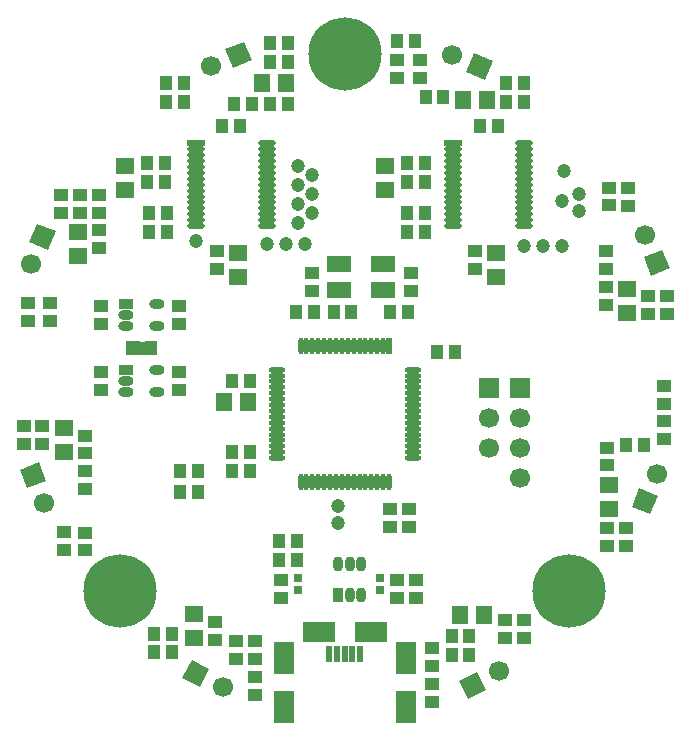
<source format=gts>
G04 #@! TF.FileFunction,Soldermask,Top*
%FSLAX46Y46*%
G04 Gerber Fmt 4.6, Leading zero omitted, Abs format (unit mm)*
G04 Created by KiCad (PCBNEW (2015-08-16 BZR 6097, Git b384c94)-product) date 22.08.2015 13:39:35*
%MOMM*%
G01*
G04 APERTURE LIST*
%ADD10C,0.150000*%
%ADD11C,1.100000*%
%ADD12R,1.343000X1.597000*%
%ADD13R,1.216000X1.089000*%
%ADD14R,1.089000X1.216000*%
%ADD15R,1.597000X1.343000*%
%ADD16R,1.300000X0.835000*%
%ADD17O,1.300000X0.835000*%
%ADD18R,0.470000X1.400000*%
%ADD19O,0.470000X1.400000*%
%ADD20O,1.400000X0.470000*%
%ADD21R,1.200000X1.300000*%
%ADD22R,1.100000X1.300000*%
%ADD23C,6.200000*%
%ADD24R,0.800000X0.800000*%
%ADD25R,0.835000X1.299820*%
%ADD26O,0.835000X1.299820*%
%ADD27R,1.200000X1.100000*%
%ADD28R,1.100000X1.200000*%
%ADD29C,1.200000*%
%ADD30R,1.700000X1.700000*%
%ADD31C,1.700000*%
%ADD32R,1.700000X2.700000*%
%ADD33R,2.700000X1.700000*%
%ADD34R,0.600000X1.450000*%
%ADD35R,2.099920X1.398880*%
%ADD36R,1.500000X0.470000*%
%ADD37O,1.500000X0.470000*%
G04 APERTURE END LIST*
D10*
D11*
X132300000Y-107400000D02*
X133300000Y-107400000D01*
D12*
X141816000Y-112000000D03*
X139784000Y-112000000D03*
D13*
X155600000Y-101038000D03*
X155600000Y-102562000D03*
D14*
X141962000Y-117800000D03*
X140438000Y-117800000D03*
D13*
X155400000Y-121038000D03*
X155400000Y-122562000D03*
X154400000Y-128562000D03*
X154400000Y-127038000D03*
X147200000Y-102562000D03*
X147200000Y-101038000D03*
X144600000Y-127038000D03*
X144600000Y-128562000D03*
D14*
X157838000Y-107800000D03*
X159362000Y-107800000D03*
X141962000Y-110200000D03*
X140438000Y-110200000D03*
X147362000Y-104400000D03*
X145838000Y-104400000D03*
X153838000Y-104400000D03*
X155362000Y-104400000D03*
X144438000Y-125400000D03*
X145962000Y-125400000D03*
X144438000Y-123800000D03*
X145962000Y-123800000D03*
D13*
X129400000Y-110962000D03*
X129400000Y-109438000D03*
X129374000Y-105387000D03*
X129374000Y-103863000D03*
X136000000Y-110962000D03*
X136000000Y-109438000D03*
X135974000Y-105387000D03*
X135974000Y-103863000D03*
D14*
X134762000Y-91800000D03*
X133238000Y-91800000D03*
X134962000Y-96000000D03*
X133438000Y-96000000D03*
D13*
X139200000Y-99238000D03*
X139200000Y-100762000D03*
D14*
X156762000Y-91800000D03*
X155238000Y-91800000D03*
X156762000Y-96000000D03*
X155238000Y-96000000D03*
D13*
X161000000Y-99238000D03*
X161000000Y-100762000D03*
D14*
X134962000Y-97600000D03*
X133438000Y-97600000D03*
D15*
X141000000Y-99384000D03*
X141000000Y-101416000D03*
D14*
X156762000Y-97600000D03*
X155238000Y-97600000D03*
D15*
X162800000Y-99384000D03*
X162800000Y-101416000D03*
D14*
X139638000Y-88600000D03*
X141162000Y-88600000D03*
X134762000Y-93400000D03*
X133238000Y-93400000D03*
X161438000Y-88600000D03*
X162962000Y-88600000D03*
X156762000Y-93400000D03*
X155238000Y-93400000D03*
D15*
X131400000Y-94016000D03*
X131400000Y-91984000D03*
X153400000Y-94016000D03*
X153400000Y-91984000D03*
D13*
X128000000Y-117838000D03*
X128000000Y-119362000D03*
X140800000Y-132238000D03*
X140800000Y-133762000D03*
D14*
X142162000Y-86800000D03*
X140638000Y-86800000D03*
D13*
X129200000Y-95962000D03*
X129200000Y-94438000D03*
X172073400Y-100762000D03*
X172073400Y-99238000D03*
X156400000Y-84562000D03*
X156400000Y-83038000D03*
D14*
X173838000Y-115600000D03*
X175362000Y-115600000D03*
D13*
X165200000Y-130438000D03*
X165200000Y-131962000D03*
D15*
X126200000Y-114184000D03*
X126200000Y-116216000D03*
X137200000Y-129984000D03*
X137200000Y-132016000D03*
D12*
X145016000Y-85000000D03*
X142984000Y-85000000D03*
D15*
X127400000Y-99616000D03*
X127400000Y-97584000D03*
X173873400Y-104416000D03*
X173873400Y-102384000D03*
D12*
X159984000Y-86400000D03*
X162016000Y-86400000D03*
D15*
X172400000Y-118984000D03*
X172400000Y-121016000D03*
D12*
X161816000Y-130000000D03*
X159784000Y-130000000D03*
D14*
X140438000Y-116200000D03*
X141962000Y-116200000D03*
D13*
X153800000Y-122562000D03*
X153800000Y-121038000D03*
D14*
X136038000Y-119600000D03*
X137562000Y-119600000D03*
D13*
X126200000Y-124562000D03*
X126200000Y-123038000D03*
X142400000Y-135238000D03*
X142400000Y-136762000D03*
D14*
X134838000Y-85000000D03*
X136362000Y-85000000D03*
D13*
X123200000Y-105162000D03*
X123200000Y-103638000D03*
X174000000Y-93838000D03*
X174000000Y-95362000D03*
D14*
X154438000Y-81400000D03*
X155962000Y-81400000D03*
D13*
X177000000Y-113638000D03*
X177000000Y-115162000D03*
X157400000Y-135838000D03*
X157400000Y-137362000D03*
D16*
X131500000Y-109250000D03*
D17*
X131500000Y-110200000D03*
X131500000Y-111150000D03*
X134100000Y-111150000D03*
X134100000Y-109250000D03*
D16*
X131474000Y-103675000D03*
D17*
X131474000Y-104625000D03*
X131474000Y-105575000D03*
X134074000Y-105575000D03*
X134074000Y-103675000D03*
D18*
X153750000Y-107250000D03*
D19*
X153250000Y-107250000D03*
X152750000Y-107250000D03*
X152250000Y-107250000D03*
X151750000Y-107250000D03*
X151250000Y-107250000D03*
X150750000Y-107250000D03*
X150250000Y-107250000D03*
X149750000Y-107250000D03*
X149250000Y-107250000D03*
X148750000Y-107250000D03*
X148250000Y-107250000D03*
X147750000Y-107250000D03*
X147250000Y-107250000D03*
X146750000Y-107250000D03*
X146250000Y-107250000D03*
D20*
X144250000Y-109250000D03*
X144250000Y-109750000D03*
X144250000Y-110250000D03*
X144250000Y-110750000D03*
X144250000Y-111250000D03*
X144250000Y-111750000D03*
X144250000Y-112250000D03*
X144250000Y-112750000D03*
D19*
X146250000Y-118750000D03*
X146750000Y-118750000D03*
X147250000Y-118750000D03*
X147750000Y-118750000D03*
D20*
X144250000Y-113250000D03*
X144250000Y-113750000D03*
X144250000Y-114250000D03*
X144250000Y-114750000D03*
X144250000Y-115250000D03*
X144250000Y-115750000D03*
X144250000Y-116250000D03*
X144250000Y-116750000D03*
D19*
X148250000Y-118750000D03*
X148750000Y-118750000D03*
X149250000Y-118750000D03*
X149750000Y-118750000D03*
X150250000Y-118750000D03*
X150750000Y-118750000D03*
X151250000Y-118750000D03*
X151750000Y-118750000D03*
X152250000Y-118750000D03*
X152750000Y-118750000D03*
X153250000Y-118750000D03*
X153750000Y-118750000D03*
D20*
X155750000Y-116750000D03*
X155750000Y-116250000D03*
X155750000Y-115750000D03*
X155750000Y-115250000D03*
X155750000Y-114750000D03*
X155750000Y-114250000D03*
X155750000Y-113750000D03*
X155750000Y-113250000D03*
X155750000Y-112750000D03*
X155750000Y-112250000D03*
X155750000Y-111750000D03*
X155750000Y-111250000D03*
X155750000Y-110750000D03*
X155750000Y-110250000D03*
X155750000Y-109750000D03*
X155750000Y-109250000D03*
D21*
X132050000Y-107400000D03*
D22*
X133600000Y-107400000D03*
D23*
X150000000Y-82500000D03*
X169000000Y-128000000D03*
X131000000Y-128000000D03*
D24*
X146000000Y-126900000D03*
X146000000Y-127900000D03*
X153000000Y-126900000D03*
X153000000Y-127900000D03*
D25*
X149450040Y-128300480D03*
D26*
X150400000Y-128300480D03*
X151349960Y-128300480D03*
X151349960Y-125699520D03*
X150400000Y-125699520D03*
X149450040Y-125699520D03*
D27*
X156000000Y-128550000D03*
X156000000Y-127050000D03*
D28*
X150550000Y-104400000D03*
X149050000Y-104400000D03*
X137550000Y-117800000D03*
X136050000Y-117800000D03*
D27*
X128000000Y-123050000D03*
X128000000Y-124550000D03*
X142400000Y-132250000D03*
X142400000Y-133750000D03*
D28*
X136350000Y-86600000D03*
X134850000Y-86600000D03*
D27*
X125000000Y-103650000D03*
X125000000Y-105150000D03*
X172400000Y-95350000D03*
X172400000Y-93850000D03*
X154400000Y-84550000D03*
X154400000Y-83050000D03*
X177000000Y-110650000D03*
X177000000Y-112150000D03*
X157400000Y-132850000D03*
X157400000Y-134350000D03*
X128000000Y-114850000D03*
X128000000Y-116350000D03*
X139000000Y-130650000D03*
X139000000Y-132150000D03*
D28*
X145150000Y-86800000D03*
X143650000Y-86800000D03*
D27*
X129200000Y-98950000D03*
X129200000Y-97450000D03*
X172073400Y-103750000D03*
X172073400Y-102250000D03*
D28*
X158350000Y-86200000D03*
X156850000Y-86200000D03*
D27*
X172200000Y-117350000D03*
X172200000Y-115850000D03*
X163600000Y-131950000D03*
X163600000Y-130450000D03*
X124400000Y-115550000D03*
X124400000Y-114050000D03*
D28*
X135350000Y-131600000D03*
X133850000Y-131600000D03*
X143650000Y-83200000D03*
X145150000Y-83200000D03*
D27*
X127600000Y-95950000D03*
X127600000Y-94450000D03*
X175673400Y-103050000D03*
X175673400Y-104550000D03*
D28*
X163650000Y-86600000D03*
X165150000Y-86600000D03*
D27*
X172200000Y-122650000D03*
X172200000Y-124150000D03*
D28*
X159050000Y-131800000D03*
X160550000Y-131800000D03*
D27*
X122800000Y-115550000D03*
X122800000Y-114050000D03*
D28*
X135350000Y-133200000D03*
X133850000Y-133200000D03*
X143650000Y-81600000D03*
X145150000Y-81600000D03*
D27*
X126000000Y-95950000D03*
X126000000Y-94450000D03*
X177273400Y-103050000D03*
X177273400Y-104550000D03*
D28*
X163650000Y-85000000D03*
X165150000Y-85000000D03*
D27*
X173800000Y-122650000D03*
X173800000Y-124150000D03*
D28*
X159050000Y-133400000D03*
X160550000Y-133400000D03*
D29*
X149400000Y-120800000D03*
X149400000Y-122200000D03*
X137400000Y-98400000D03*
X143400000Y-98600000D03*
X145000000Y-98600000D03*
X146600000Y-98600000D03*
X146000000Y-92000000D03*
X147200000Y-92800000D03*
X146000000Y-93600000D03*
X147200000Y-94400000D03*
X146000000Y-95200000D03*
X147200000Y-96000000D03*
X146000000Y-96800000D03*
X165200000Y-98800000D03*
X166800000Y-98800000D03*
X168400000Y-98800000D03*
X168600000Y-92400000D03*
X169800000Y-94400000D03*
X168400000Y-95000000D03*
X169800000Y-95800000D03*
D30*
X162200000Y-110800000D03*
D31*
X162200000Y-113340000D03*
X162200000Y-115880000D03*
D32*
X144850000Y-137850000D03*
X155150000Y-137850000D03*
X144850000Y-133650000D03*
X155150000Y-133650000D03*
D33*
X147800000Y-131450000D03*
X152200000Y-131450000D03*
D34*
X148700000Y-133325000D03*
X149350000Y-133325000D03*
X150000000Y-133325000D03*
X150650000Y-133325000D03*
X151300000Y-133325000D03*
D30*
X164800000Y-110800000D03*
D31*
X164800000Y-113340000D03*
X164800000Y-115880000D03*
X164800000Y-118420000D03*
D35*
X153249120Y-100300180D03*
X149550880Y-100300180D03*
X149550880Y-102499820D03*
X153249120Y-102499820D03*
D36*
X137400000Y-90100000D03*
D37*
X137400000Y-90600000D03*
X137400000Y-91100000D03*
X137400000Y-91600000D03*
X137400000Y-92100000D03*
X137400000Y-92600000D03*
X137400000Y-93100000D03*
X137400000Y-93600000D03*
X137400000Y-94100000D03*
X137400000Y-94600000D03*
X137400000Y-95100000D03*
X137400000Y-95600000D03*
X137400000Y-96100000D03*
X137400000Y-96600000D03*
X137400000Y-97100000D03*
X143400000Y-97100000D03*
X143400000Y-96600000D03*
X143400000Y-96100000D03*
X143400000Y-95600000D03*
X143400000Y-95100000D03*
X143400000Y-94600000D03*
X143400000Y-94100000D03*
X143400000Y-93600000D03*
X143400000Y-93100000D03*
X143400000Y-92600000D03*
X143400000Y-92100000D03*
X143400000Y-91600000D03*
X143400000Y-91100000D03*
X143400000Y-90600000D03*
X143400000Y-90100000D03*
D36*
X159200000Y-90100000D03*
D37*
X159200000Y-90600000D03*
X159200000Y-91100000D03*
X159200000Y-91600000D03*
X159200000Y-92100000D03*
X159200000Y-92600000D03*
X159200000Y-93100000D03*
X159200000Y-93600000D03*
X159200000Y-94100000D03*
X159200000Y-94600000D03*
X159200000Y-95100000D03*
X159200000Y-95600000D03*
X159200000Y-96100000D03*
X159200000Y-96600000D03*
X159200000Y-97100000D03*
X165200000Y-97100000D03*
X165200000Y-96600000D03*
X165200000Y-96100000D03*
X165200000Y-95600000D03*
X165200000Y-95100000D03*
X165200000Y-94600000D03*
X165200000Y-94100000D03*
X165200000Y-93600000D03*
X165200000Y-93100000D03*
X165200000Y-92600000D03*
X165200000Y-92100000D03*
X165200000Y-91600000D03*
X165200000Y-91100000D03*
X165200000Y-90600000D03*
X165200000Y-90100000D03*
D10*
G36*
X122493478Y-117730309D02*
X124069691Y-117093478D01*
X124706522Y-118669691D01*
X123130309Y-119306522D01*
X122493478Y-117730309D01*
X122493478Y-117730309D01*
G37*
D31*
X124551501Y-120555047D03*
D10*
G36*
X136256753Y-135371464D02*
X137028536Y-133856753D01*
X138543247Y-134628536D01*
X137771464Y-136143247D01*
X136256753Y-135371464D01*
X136256753Y-135371464D01*
G37*
D31*
X139663157Y-136153136D03*
D10*
G36*
X141469691Y-81493478D02*
X142106522Y-83069691D01*
X140530309Y-83706522D01*
X139893478Y-82130309D01*
X141469691Y-81493478D01*
X141469691Y-81493478D01*
G37*
D31*
X138644953Y-83551501D03*
D10*
G36*
X123949692Y-96885449D02*
X125514551Y-97549692D01*
X124850308Y-99114551D01*
X123285449Y-98450308D01*
X123949692Y-96885449D01*
X123949692Y-96885449D01*
G37*
D31*
X123407543Y-100338082D03*
D10*
G36*
X177506522Y-100669691D02*
X175930309Y-101306522D01*
X175293478Y-99730309D01*
X176869691Y-99093478D01*
X177506522Y-100669691D01*
X177506522Y-100669691D01*
G37*
D31*
X175448499Y-97844953D03*
D10*
G36*
X162514551Y-83149692D02*
X161850308Y-84714551D01*
X160285449Y-84050308D01*
X160949692Y-82485449D01*
X162514551Y-83149692D01*
X162514551Y-83149692D01*
G37*
D31*
X159061918Y-82607543D03*
D10*
G36*
X175850308Y-121514551D02*
X174285449Y-120850308D01*
X174949692Y-119285449D01*
X176514551Y-119949692D01*
X175850308Y-121514551D01*
X175850308Y-121514551D01*
G37*
D31*
X176392457Y-118061918D03*
D10*
G36*
X160448545Y-137149556D02*
X159650444Y-135648545D01*
X161151455Y-134850444D01*
X161949556Y-136351455D01*
X160448545Y-137149556D01*
X160448545Y-137149556D01*
G37*
D31*
X163042687Y-134807542D03*
M02*

</source>
